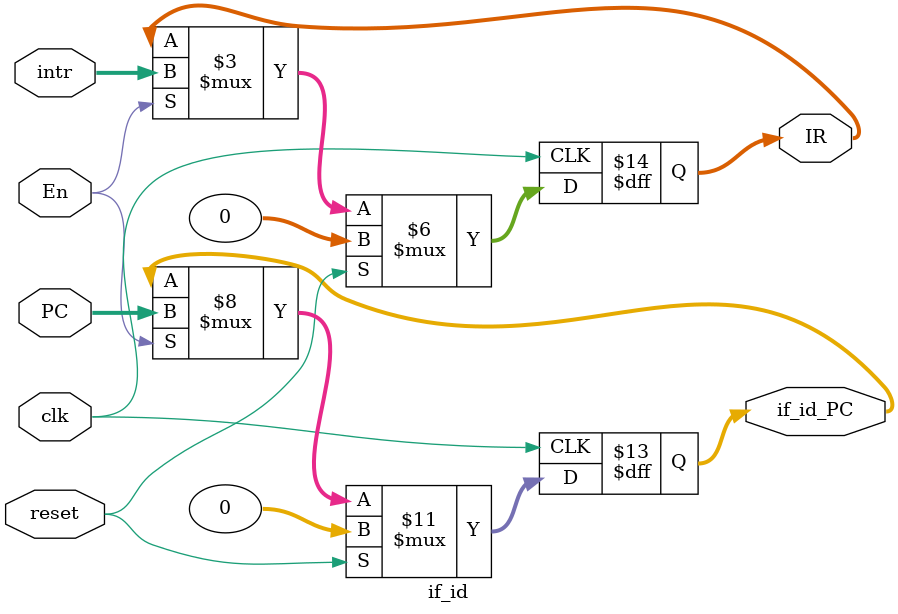
<source format=v>
`timescale 1ns / 1ps
module if_id(
    input clk,
	 input reset,
	 input En,
	 input [31:0] intr,
	 input [31:0] PC,
	 output reg [31:0] if_id_PC,
	 output reg [31:0] IR
    );
initial begin
    if_id_PC =0;
	 IR =0;
end

always @(posedge clk) begin
    if(reset) begin
	 if_id_PC<=0;
	 IR<=0;
	 end
	 else begin
	  if(En) begin
	  if_id_PC<=PC;
	  IR<=intr;
	 end
	 end
end

endmodule

</source>
